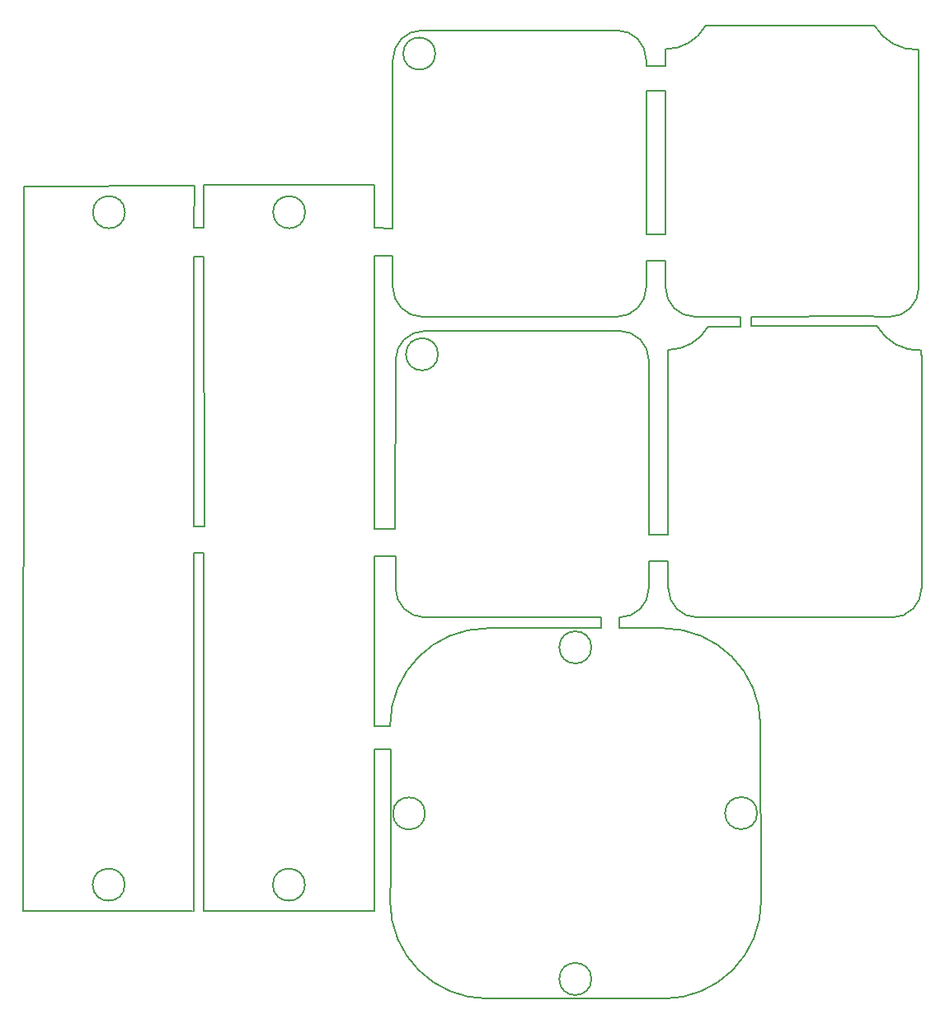
<source format=gbr>
%TF.GenerationSoftware,KiCad,Pcbnew,(5.1.12)-1*%
%TF.CreationDate,2024-02-12T03:14:50+09:00*%
%TF.ProjectId,imu_led_connect,696d755f-6c65-4645-9f63-6f6e6e656374,rev?*%
%TF.SameCoordinates,Original*%
%TF.FileFunction,Profile,NP*%
%FSLAX46Y46*%
G04 Gerber Fmt 4.6, Leading zero omitted, Abs format (unit mm)*
G04 Created by KiCad (PCBNEW (5.1.12)-1) date 2024-02-12 03:14:50*
%MOMM*%
%LPD*%
G01*
G04 APERTURE LIST*
%TA.AperFunction,Profile*%
%ADD10C,0.200000*%
%TD*%
%TA.AperFunction,Profile*%
%ADD11C,0.050000*%
%TD*%
G04 APERTURE END LIST*
D10*
X105650000Y-105650000D02*
X98775000Y-105700000D01*
X105650000Y-104575000D02*
X105650000Y-105650000D01*
X99800000Y-104575000D02*
X105650000Y-104575000D01*
X111995190Y-105687371D02*
X107525000Y-105650000D01*
X107523031Y-104577676D02*
X107525000Y-105650000D01*
X84000000Y-130950000D02*
X83960356Y-133696211D01*
X82350000Y-130950000D02*
X82325000Y-133675000D01*
X64850000Y-134725000D02*
X82318705Y-134682986D01*
X64850000Y-130925000D02*
X64850000Y-134725000D01*
X63800000Y-134700000D02*
X63825000Y-130925000D01*
D11*
X63700000Y-134700000D02*
X63800000Y-134700000D01*
X63600000Y-134700000D02*
X63700000Y-134700000D01*
D10*
X46318705Y-134682986D02*
X63600000Y-134700000D01*
X112525000Y-81425000D02*
X112526970Y-78847324D01*
X110525000Y-78850000D02*
X110525000Y-81425000D01*
X97000000Y-104575000D02*
X99775000Y-104575000D01*
X95925000Y-105700000D02*
X98775000Y-105700000D01*
X121000000Y-74675000D02*
X121475000Y-74675000D01*
X121000000Y-73725000D02*
X121000000Y-74675000D01*
X121525000Y-73725000D02*
X121000000Y-73725000D01*
X119950000Y-73700000D02*
X118825000Y-73725000D01*
X119950000Y-74725000D02*
X119950000Y-73700000D01*
X116622004Y-74735548D02*
X119950000Y-74725000D01*
X133953003Y-74677536D02*
X121475000Y-74675000D01*
X132300000Y-73675000D02*
X135025000Y-73725000D01*
X96725000Y-73725000D02*
X99500000Y-73725000D01*
X82350000Y-95500000D02*
X82618705Y-95482986D01*
X82375000Y-77775000D02*
X82350000Y-95500000D01*
X82375000Y-98325000D02*
X82650000Y-98325000D01*
X82375000Y-101625000D02*
X82375000Y-98325000D01*
X132575000Y-104525000D02*
X135300000Y-104575000D01*
X119100000Y-104575000D02*
X121800000Y-104575000D01*
X87523031Y-75177676D02*
X107523031Y-75177676D01*
X107523031Y-75177677D02*
G75*
G02*
X110523030Y-78177676I0J-2999999D01*
G01*
X84523031Y-78177676D02*
G75*
G02*
X87523031Y-75177676I3000000J0D01*
G01*
X87523031Y-104577676D02*
G75*
G02*
X84523031Y-101577676I0J3000000D01*
G01*
X110523031Y-101577676D02*
G75*
G02*
X107523031Y-104577676I-3000000J0D01*
G01*
X88883031Y-77577676D02*
G75*
G03*
X88883031Y-77577676I-1650000J0D01*
G01*
X112525000Y-78175000D02*
X112526970Y-78847324D01*
X110523030Y-78177676D02*
X110525000Y-78850000D01*
X110525000Y-98800000D02*
X112500000Y-98800000D01*
X84523031Y-101577676D02*
X84525000Y-98300000D01*
X84500000Y-95525000D02*
X84523031Y-78177676D01*
X110550000Y-96100000D02*
X112525000Y-96100000D01*
X87523031Y-104577676D02*
X97000000Y-104575000D01*
X82618705Y-95482986D02*
X84500000Y-95525000D01*
X82650000Y-98325000D02*
X84525000Y-98300000D01*
X138523030Y-78177676D02*
X138520355Y-77175705D01*
X115523030Y-104577676D02*
G75*
G02*
X112523030Y-101577676I0J3000000D01*
G01*
X112524999Y-77124999D02*
X112525000Y-78175000D01*
X116622004Y-74735548D02*
G75*
G02*
X112524998Y-77124998I-4122004J2360548D01*
G01*
X138523030Y-78177676D02*
X138523030Y-101577676D01*
X133953003Y-74677536D02*
G75*
G03*
X138520355Y-77175705I4321997J2477536D01*
G01*
X135300000Y-104575000D02*
X135523030Y-104577676D01*
X119100000Y-104575000D02*
X115523030Y-104577676D01*
X112500000Y-98800000D02*
X112523030Y-101577676D01*
X138523030Y-101577676D02*
G75*
G02*
X135523030Y-104577676I-3000000J0D01*
G01*
X121800000Y-104575000D02*
X132575000Y-104525000D01*
X112525000Y-96100000D02*
X112525000Y-81425000D01*
X110525000Y-81425000D02*
X110550000Y-96100000D01*
X110523031Y-101577676D02*
X110525000Y-98800000D01*
X82350000Y-60225000D02*
X82250000Y-60225000D01*
X82343705Y-64632986D02*
X82350000Y-60225000D01*
X64850000Y-60225000D02*
X82250000Y-60225000D01*
X64843705Y-64632986D02*
X64850000Y-60225000D01*
X63850000Y-60275000D02*
X63650000Y-60275000D01*
X63843705Y-64632986D02*
X63850000Y-60275000D01*
X46350000Y-60325000D02*
X63650000Y-60275000D01*
X46343705Y-64632986D02*
X46350000Y-60325000D01*
X116347004Y-43885548D02*
X133678003Y-43827536D01*
X133678003Y-43827536D02*
G75*
G03*
X138245355Y-46325705I4321997J2477536D01*
G01*
X116347004Y-43885548D02*
G75*
G02*
X112249998Y-46274998I-4122004J2360548D01*
G01*
X112249999Y-46274999D02*
X112250000Y-47325000D01*
X104625000Y-141675000D02*
G75*
G03*
X104625000Y-141675000I-1650000J0D01*
G01*
X135025000Y-73725000D02*
X135248030Y-73727676D01*
X138248030Y-70727676D02*
G75*
G02*
X135248030Y-73727676I-3000000J0D01*
G01*
X138248030Y-47327676D02*
X138248030Y-70727676D01*
X112225000Y-67950000D02*
X112248030Y-70727676D01*
X118825000Y-73725000D02*
X115248030Y-73727676D01*
X110248031Y-70727676D02*
X110250000Y-67950000D01*
X63825000Y-97925000D02*
X64850000Y-97925000D01*
X110250000Y-50575000D02*
X110275000Y-65250000D01*
X112250000Y-65250000D02*
X112250000Y-50575000D01*
X121525000Y-73725000D02*
X132300000Y-73675000D01*
X93960356Y-105687371D02*
X95925000Y-105700000D01*
X83975000Y-115775000D02*
X83960356Y-115687371D01*
X82375000Y-115775000D02*
X83975000Y-115775000D01*
X82375000Y-118075000D02*
X84000000Y-118075000D01*
X93960356Y-143696211D02*
X112058032Y-143696211D01*
X121995129Y-115652476D02*
X122057971Y-133661316D01*
X138248030Y-47327676D02*
X138245355Y-46325705D01*
X110250000Y-50575000D02*
X112250000Y-50575000D01*
X110250000Y-48000000D02*
X112251970Y-47997324D01*
X82375000Y-77625000D02*
X82375000Y-77775000D01*
X82375000Y-67475000D02*
X84250000Y-67450000D01*
X82343705Y-64632986D02*
X84225000Y-64675000D01*
X63825000Y-95250000D02*
X64900000Y-95275000D01*
X63775000Y-67575000D02*
X64850000Y-67600000D01*
X63843705Y-64632986D02*
X64843705Y-64632986D01*
X46343705Y-64632986D02*
X46318705Y-134682986D01*
X87550000Y-124690141D02*
G75*
G03*
X87550000Y-124690141I-1650000J0D01*
G01*
X121650000Y-124661648D02*
G75*
G03*
X121650000Y-124661648I-1650000J0D01*
G01*
X104629262Y-107650000D02*
G75*
G03*
X104629262Y-107650000I-1650000J0D01*
G01*
X112250000Y-47325000D02*
X112251970Y-47997324D01*
X110248030Y-47327676D02*
X110250000Y-48000000D01*
X110275000Y-65250000D02*
X112250000Y-65250000D01*
X110250000Y-67950000D02*
X112225000Y-67950000D01*
X107248031Y-73727676D02*
X99500000Y-73725000D01*
X87248031Y-73727676D02*
X96725000Y-73725000D01*
X84225000Y-64675000D02*
X84248031Y-47327676D01*
X84248031Y-70727676D02*
X84250000Y-67450000D01*
X84000000Y-118075000D02*
X84000000Y-130950000D01*
X82318705Y-134682986D02*
X82325000Y-133675000D01*
X82375000Y-118075000D02*
X82350000Y-130950000D01*
X82375000Y-101625000D02*
X82375000Y-115775000D01*
X82375000Y-67475000D02*
X82375000Y-77625000D01*
X64850000Y-97925000D02*
X64850000Y-130925000D01*
X63825000Y-97925000D02*
X63825000Y-130925000D01*
X64850000Y-67600000D02*
X64900000Y-95275000D01*
X63775000Y-67575000D02*
X63825000Y-95250000D01*
X107248031Y-44327677D02*
G75*
G02*
X110248030Y-47327676I0J-2999999D01*
G01*
X84248031Y-47327676D02*
G75*
G02*
X87248031Y-44327676I3000000J0D01*
G01*
X110248031Y-70727676D02*
G75*
G02*
X107248031Y-73727676I-3000000J0D01*
G01*
X88608031Y-46727676D02*
G75*
G03*
X88608031Y-46727676I-1650000J0D01*
G01*
X122057971Y-133661316D02*
G75*
G02*
X112058032Y-143696211I-9999939J-34895D01*
G01*
X83960356Y-115687371D02*
G75*
G02*
X93960356Y-105687371I10000000J0D01*
G01*
X87248031Y-73727676D02*
G75*
G02*
X84248031Y-70727676I0J3000000D01*
G01*
X87248031Y-44327676D02*
X107248031Y-44327676D01*
X93960356Y-143696211D02*
G75*
G02*
X83960356Y-133696211I0J10000000D01*
G01*
X111995190Y-105687371D02*
G75*
G02*
X121995129Y-115652476I0J-10000000D01*
G01*
X75243705Y-63000000D02*
G75*
G03*
X75243705Y-63000000I-1650000J0D01*
G01*
X115248030Y-73727676D02*
G75*
G02*
X112248030Y-70727676I0J3000000D01*
G01*
X75218705Y-132000000D02*
G75*
G03*
X75218705Y-132000000I-1650000J0D01*
G01*
X56718705Y-132000000D02*
G75*
G03*
X56718705Y-132000000I-1650000J0D01*
G01*
X56743705Y-63000000D02*
G75*
G03*
X56743705Y-63000000I-1650000J0D01*
G01*
M02*

</source>
